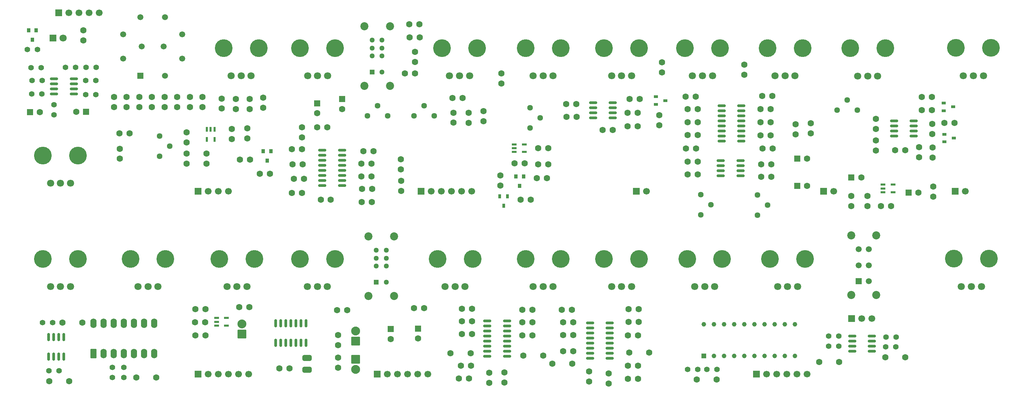
<source format=gts>
%TF.GenerationSoftware,KiCad,Pcbnew,9.0.3*%
%TF.CreationDate,2026-02-22T18:32:59+09:00*%
%TF.ProjectId,VCOSeparate,56434f53-6570-4617-9261-74652e6b6963,rev?*%
%TF.SameCoordinates,Original*%
%TF.FileFunction,Soldermask,Top*%
%TF.FilePolarity,Negative*%
%FSLAX46Y46*%
G04 Gerber Fmt 4.6, Leading zero omitted, Abs format (unit mm)*
G04 Created by KiCad (PCBNEW 9.0.3) date 2026-02-22 18:32:59*
%MOMM*%
%LPD*%
G01*
G04 APERTURE LIST*
G04 Aperture macros list*
%AMRoundRect*
0 Rectangle with rounded corners*
0 $1 Rounding radius*
0 $2 $3 $4 $5 $6 $7 $8 $9 X,Y pos of 4 corners*
0 Add a 4 corners polygon primitive as box body*
4,1,4,$2,$3,$4,$5,$6,$7,$8,$9,$2,$3,0*
0 Add four circle primitives for the rounded corners*
1,1,$1+$1,$2,$3*
1,1,$1+$1,$4,$5*
1,1,$1+$1,$6,$7*
1,1,$1+$1,$8,$9*
0 Add four rect primitives between the rounded corners*
20,1,$1+$1,$2,$3,$4,$5,0*
20,1,$1+$1,$4,$5,$6,$7,0*
20,1,$1+$1,$6,$7,$8,$9,0*
20,1,$1+$1,$8,$9,$2,$3,0*%
%AMFreePoly0*
4,1,23,0.500000,-0.750000,0.000000,-0.750000,0.000000,-0.745722,-0.065263,-0.745722,-0.191342,-0.711940,-0.304381,-0.646677,-0.396677,-0.554381,-0.461940,-0.441342,-0.495722,-0.315263,-0.495722,-0.250000,-0.500000,-0.250000,-0.500000,0.250000,-0.495722,0.250000,-0.495722,0.315263,-0.461940,0.441342,-0.396677,0.554381,-0.304381,0.646677,-0.191342,0.711940,-0.065263,0.745722,0.000000,0.745722,
0.000000,0.750000,0.500000,0.750000,0.500000,-0.750000,0.500000,-0.750000,$1*%
%AMFreePoly1*
4,1,23,0.000000,0.745722,0.065263,0.745722,0.191342,0.711940,0.304381,0.646677,0.396677,0.554381,0.461940,0.441342,0.495722,0.315263,0.495722,0.250000,0.500000,0.250000,0.500000,-0.250000,0.495722,-0.250000,0.495722,-0.315263,0.461940,-0.441342,0.396677,-0.554381,0.304381,-0.646677,0.191342,-0.711940,0.065263,-0.745722,0.000000,-0.745722,0.000000,-0.750000,-0.500000,-0.750000,
-0.500000,0.750000,0.000000,0.750000,0.000000,0.745722,0.000000,0.745722,$1*%
G04 Aperture macros list end*
%ADD10C,1.600000*%
%ADD11FreePoly0,0.000000*%
%ADD12FreePoly1,0.000000*%
%ADD13RoundRect,0.150000X-0.825000X-0.150000X0.825000X-0.150000X0.825000X0.150000X-0.825000X0.150000X0*%
%ADD14R,1.800000X1.800000*%
%ADD15C,1.800000*%
%ADD16R,1.500000X1.500000*%
%ADD17C,1.500000*%
%ADD18C,1.400000*%
%ADD19RoundRect,0.250000X0.870000X-0.870000X0.870000X0.870000X-0.870000X0.870000X-0.870000X-0.870000X0*%
%ADD20C,2.240000*%
%ADD21R,1.700000X1.700000*%
%ADD22C,1.700000*%
%ADD23C,4.455000*%
%ADD24R,1.000000X0.800000*%
%ADD25RoundRect,0.250000X-0.550000X0.550000X-0.550000X-0.550000X0.550000X-0.550000X0.550000X0.550000X0*%
%ADD26R,1.200000X1.200000*%
%ADD27C,1.286000*%
%ADD28C,2.025000*%
%ADD29RoundRect,0.250000X-0.550000X-0.550000X0.550000X-0.550000X0.550000X0.550000X-0.550000X0.550000X0*%
%ADD30R,1.200000X0.600000*%
%ADD31C,1.440000*%
%ADD32R,0.600000X1.200000*%
%ADD33RoundRect,0.150000X0.150000X-0.825000X0.150000X0.825000X-0.150000X0.825000X-0.150000X-0.825000X0*%
%ADD34R,1.159000X1.159000*%
%ADD35C,1.159000*%
%ADD36R,0.950000X1.000000*%
%ADD37R,0.800000X1.000000*%
%ADD38RoundRect,0.150000X-0.850000X-0.150000X0.850000X-0.150000X0.850000X0.150000X-0.850000X0.150000X0*%
%ADD39RoundRect,0.150000X-0.150000X0.825000X-0.150000X-0.825000X0.150000X-0.825000X0.150000X0.825000X0*%
%ADD40RoundRect,0.250000X0.550000X-0.950000X0.550000X0.950000X-0.550000X0.950000X-0.550000X-0.950000X0*%
%ADD41O,1.600000X2.400000*%
%ADD42RoundRect,0.250000X0.550000X0.550000X-0.550000X0.550000X-0.550000X-0.550000X0.550000X-0.550000X0*%
%ADD43RoundRect,0.250000X-0.870000X0.870000X-0.870000X-0.870000X0.870000X-0.870000X0.870000X0.870000X0*%
G04 APERTURE END LIST*
%TO.C,JP2*%
G36*
X94200000Y-116150000D02*
G01*
X94500000Y-116150000D01*
X94500000Y-117650000D01*
X94200000Y-117650000D01*
X94200000Y-116150000D01*
G37*
%TO.C,JP1*%
G36*
X94200000Y-119150000D02*
G01*
X94500000Y-119150000D01*
X94500000Y-120650000D01*
X94200000Y-120650000D01*
X94200000Y-119150000D01*
G37*
%TD*%
D10*
%TO.C,C31*%
X51550000Y-121800000D03*
X56550000Y-121800000D03*
%TD*%
%TO.C,C28*%
X239480000Y-116777000D03*
X244480000Y-116777000D03*
%TD*%
%TO.C,C27*%
X222900000Y-117900000D03*
X227900000Y-117900000D03*
%TD*%
%TO.C,C26*%
X197181000Y-122365000D03*
X192181000Y-122365000D03*
%TD*%
%TO.C,C23*%
X32963000Y-108012000D03*
X37963000Y-108012000D03*
%TD*%
%TO.C,C16*%
X148610000Y-116332000D03*
X153610000Y-116332000D03*
%TD*%
%TO.C,C15*%
X175173000Y-115570000D03*
X180173000Y-115570000D03*
%TD*%
%TO.C,C14*%
X160889000Y-118364000D03*
X155889000Y-118364000D03*
%TD*%
%TO.C,C13*%
X135382000Y-115697000D03*
X130382000Y-115697000D03*
%TD*%
%TO.C,R82*%
X143129000Y-47879000D03*
X143129000Y-45339000D03*
%TD*%
%TO.C,R86*%
X120050000Y-33000000D03*
X122590000Y-33000000D03*
%TD*%
D11*
%TO.C,JP2*%
X93700000Y-116900000D03*
D12*
X95000000Y-116900000D03*
%TD*%
D11*
%TO.C,JP1*%
X93700000Y-119900000D03*
D12*
X95000000Y-119900000D03*
%TD*%
D13*
%TO.C,IC9*%
X231143000Y-111443000D03*
X231143000Y-112713000D03*
X231143000Y-113983000D03*
X231143000Y-115253000D03*
X236093000Y-115253000D03*
X236093000Y-113983000D03*
X236093000Y-112713000D03*
X236093000Y-111443000D03*
%TD*%
D14*
%TO.C,D4*%
X30607000Y-36449000D03*
D15*
X33147000Y-36449000D03*
%TD*%
D10*
%TO.C,R17*%
X49853000Y-60452000D03*
X47313000Y-60452000D03*
%TD*%
%TO.C,R61*%
X177419000Y-118872000D03*
X174879000Y-118872000D03*
%TD*%
%TO.C,C9*%
X110657000Y-74422000D03*
X108157000Y-74422000D03*
%TD*%
D16*
%TO.C,S1*%
X52551000Y-46000000D03*
D17*
X48221000Y-41670000D03*
X48221000Y-35547000D03*
X52551000Y-31218000D03*
X58674000Y-31218000D03*
X63004000Y-35547000D03*
X63004000Y-41670000D03*
X58674000Y-46000000D03*
X52862000Y-38609000D03*
X58362000Y-38609000D03*
%TD*%
D10*
%TO.C,R88*%
X152391000Y-64196000D03*
X154931000Y-64196000D03*
%TD*%
D18*
%TO.C,R129*%
X45466000Y-119303000D03*
X45466000Y-121843000D03*
%TD*%
%TO.C,R120*%
X41352000Y-47117000D03*
X38812000Y-47117000D03*
%TD*%
%TO.C,R128*%
X239587000Y-114110000D03*
X242127000Y-114110000D03*
%TD*%
%TO.C,R118*%
X41479000Y-43815000D03*
X38939000Y-43815000D03*
%TD*%
D19*
%TO.C,D1*%
X78007000Y-110871000D03*
D20*
X78007000Y-108331000D03*
%TD*%
D21*
%TO.C,J11*%
X257000000Y-75000000D03*
D22*
X259540000Y-75000000D03*
%TD*%
D18*
%TO.C,R119*%
X30861000Y-55830000D03*
X30861000Y-53290000D03*
%TD*%
D15*
%TO.C,VR15*%
X170773000Y-99000000D03*
X173273000Y-99000000D03*
X175773000Y-99000000D03*
D23*
X168873000Y-92000000D03*
X177673000Y-92000000D03*
%TD*%
D10*
%TO.C,R72*%
X168529000Y-59563000D03*
X171069000Y-59563000D03*
%TD*%
D18*
%TO.C,R114*%
X30480000Y-108012000D03*
X27940000Y-108012000D03*
%TD*%
D24*
%TO.C,Q2*%
X181877000Y-51247000D03*
X181877000Y-53147000D03*
X184277000Y-52197000D03*
%TD*%
D10*
%TO.C,R8*%
X45887000Y-53877000D03*
X45887000Y-51337000D03*
%TD*%
D18*
%TO.C,R121*%
X36272000Y-43815000D03*
X33732000Y-43815000D03*
%TD*%
D10*
%TO.C,R13*%
X75438000Y-61849000D03*
X75438000Y-59309000D03*
%TD*%
D18*
%TO.C,R125*%
X225286000Y-113983000D03*
X227826000Y-113983000D03*
%TD*%
D25*
%TO.C,C4*%
X96901000Y-52896900D03*
D10*
X96901000Y-55396900D03*
%TD*%
D26*
%TO.C,S2*%
X110687000Y-45018000D03*
D27*
X110687000Y-39018000D03*
X110687000Y-37018000D03*
X113187000Y-45018000D03*
X113187000Y-39018000D03*
X113187000Y-37018000D03*
D28*
X108712000Y-48528000D03*
X108712000Y-33528000D03*
X115162000Y-48528000D03*
X115162000Y-33528000D03*
D27*
X110687000Y-41018000D03*
X113187000Y-41018000D03*
%TD*%
D10*
%TO.C,R32*%
X66265000Y-107950000D03*
X68805000Y-107950000D03*
%TD*%
D24*
%TO.C,Q6*%
X254250000Y-60700000D03*
X254250000Y-62600000D03*
X256650000Y-61650000D03*
%TD*%
D10*
%TO.C,R81*%
X251150000Y-51300000D03*
X248610000Y-51300000D03*
%TD*%
%TO.C,R1*%
X52237000Y-53877000D03*
X52237000Y-51337000D03*
%TD*%
D15*
%TO.C,VR11*%
X211794000Y-46000000D03*
X214294000Y-46000000D03*
X216794000Y-46000000D03*
D23*
X209894000Y-39000000D03*
X218694000Y-39000000D03*
%TD*%
D21*
%TO.C,J5*%
X207162000Y-121000000D03*
D22*
X209702000Y-121000000D03*
X212242000Y-121000000D03*
X214782000Y-121000000D03*
X217322000Y-121000000D03*
X219862000Y-121000000D03*
%TD*%
D18*
%TO.C,R113*%
X32120000Y-120150000D03*
X29580000Y-120150000D03*
%TD*%
D10*
%TO.C,R105*%
X230886000Y-78769000D03*
X230886000Y-76229000D03*
%TD*%
%TO.C,R9*%
X79923000Y-51816000D03*
X79923000Y-54356000D03*
%TD*%
%TO.C,R37*%
X93091000Y-64389000D03*
X90551000Y-64389000D03*
%TD*%
%TO.C,R97*%
X210693000Y-57658000D03*
X208153000Y-57658000D03*
%TD*%
%TO.C,R89*%
X154535000Y-71689000D03*
X151995000Y-71689000D03*
%TD*%
D29*
%TO.C,C18*%
X217337000Y-73660000D03*
D10*
X219837000Y-73660000D03*
%TD*%
%TO.C,R64*%
X143891000Y-120592000D03*
X143891000Y-123132000D03*
%TD*%
D13*
%TO.C,U10*%
X30861000Y-46736000D03*
X30861000Y-48006000D03*
X30861000Y-49276000D03*
X30861000Y-50546000D03*
X35811000Y-50546000D03*
X35811000Y-49276000D03*
X35811000Y-48006000D03*
X35811000Y-46736000D03*
%TD*%
D15*
%TO.C,VR1*%
X75309000Y-46000000D03*
X77809000Y-46000000D03*
X80309000Y-46000000D03*
D23*
X73409000Y-39000000D03*
X82209000Y-39000000D03*
%TD*%
D10*
%TO.C,R67*%
X189836000Y-54356000D03*
X192376000Y-54356000D03*
%TD*%
%TO.C,R101*%
X247950000Y-66490000D03*
X247950000Y-63950000D03*
%TD*%
%TO.C,R51*%
X135030000Y-122047000D03*
X132490000Y-122047000D03*
%TD*%
D21*
%TO.C,J12*%
X32004000Y-30099000D03*
D22*
X34544000Y-30099000D03*
X37084000Y-30099000D03*
X39624000Y-30099000D03*
X42164000Y-30099000D03*
%TD*%
D10*
%TO.C,R26*%
X108458000Y-64897000D03*
X110998000Y-64897000D03*
%TD*%
%TO.C,R21*%
X93120000Y-75438000D03*
X90580000Y-75438000D03*
%TD*%
D15*
%TO.C,VR7*%
X94446000Y-99000000D03*
X96946000Y-99000000D03*
X99446000Y-99000000D03*
D23*
X92546000Y-92000000D03*
X101346000Y-92000000D03*
%TD*%
D10*
%TO.C,R19*%
X118912000Y-45355000D03*
X121452000Y-45355000D03*
%TD*%
%TO.C,R95*%
X208534000Y-51054000D03*
X211074000Y-51054000D03*
%TD*%
%TO.C,R73*%
X189836000Y-70739000D03*
X192376000Y-70739000D03*
%TD*%
%TO.C,R41*%
X66294000Y-104648000D03*
X68834000Y-104648000D03*
%TD*%
%TO.C,C8*%
X131104000Y-57745000D03*
X131104000Y-55245000D03*
%TD*%
D18*
%TO.C,R126*%
X225236000Y-111443000D03*
X227776000Y-111443000D03*
%TD*%
D10*
%TO.C,R45*%
X133223000Y-104521000D03*
X135763000Y-104521000D03*
%TD*%
%TO.C,R2*%
X49062000Y-53877000D03*
X49062000Y-51337000D03*
%TD*%
D15*
%TO.C,VR10*%
X191088000Y-46000000D03*
X193588000Y-46000000D03*
X196088000Y-46000000D03*
D23*
X189188000Y-39000000D03*
X197988000Y-39000000D03*
%TD*%
D18*
%TO.C,R130*%
X48387000Y-119303000D03*
X48387000Y-121843000D03*
%TD*%
D30*
%TO.C,IC10*%
X238907000Y-73345000D03*
X238907000Y-74295000D03*
X238907000Y-75245000D03*
X241407000Y-75245000D03*
X241407000Y-73345000D03*
%TD*%
D10*
%TO.C,R34*%
X87455000Y-119550000D03*
X89995000Y-119550000D03*
%TD*%
%TO.C,R20*%
X120060000Y-36350000D03*
X122600000Y-36350000D03*
%TD*%
D21*
%TO.C,J2*%
X67000000Y-75000000D03*
D22*
X69540000Y-75000000D03*
X72080000Y-75000000D03*
X74620000Y-75000000D03*
%TD*%
D10*
%TO.C,R36*%
X102108000Y-111137000D03*
X102108000Y-113677000D03*
%TD*%
D15*
%TO.C,VR6*%
X129014000Y-99000000D03*
X131514000Y-99000000D03*
X134014000Y-99000000D03*
D23*
X127114000Y-92000000D03*
X135914000Y-92000000D03*
%TD*%
D29*
%TO.C,C17*%
X217337000Y-66802000D03*
D10*
X219837000Y-66802000D03*
%TD*%
D15*
%TO.C,VR18*%
X258567000Y-98948000D03*
X261067000Y-98948000D03*
X263567000Y-98948000D03*
D23*
X256667000Y-91948000D03*
X265467000Y-91948000D03*
%TD*%
D31*
%TO.C,TM1*%
X57317000Y-66167000D03*
X59857000Y-63627000D03*
X57317000Y-61087000D03*
%TD*%
D10*
%TO.C,R11*%
X83352000Y-54004000D03*
X83352000Y-51464000D03*
%TD*%
D31*
%TO.C,TM5*%
X207391000Y-81026000D03*
X209931000Y-78486000D03*
X207391000Y-75946000D03*
%TD*%
D10*
%TO.C,C6*%
X110577000Y-77724000D03*
X108077000Y-77724000D03*
%TD*%
%TO.C,C2*%
X47371000Y-66802000D03*
X47371000Y-64302000D03*
%TD*%
%TO.C,R46*%
X158652000Y-107950000D03*
X161192000Y-107950000D03*
%TD*%
%TO.C,R108*%
X240948000Y-78740000D03*
X238408000Y-78740000D03*
%TD*%
D32*
%TO.C,IC1*%
X71120000Y-59436000D03*
X70170000Y-59436000D03*
X69220000Y-59436000D03*
X69220000Y-61936000D03*
X71120000Y-61936000D03*
%TD*%
D33*
%TO.C,IC7*%
X29464000Y-116583000D03*
X30734000Y-116583000D03*
X32004000Y-116583000D03*
X33274000Y-116583000D03*
X33274000Y-111633000D03*
X32004000Y-111633000D03*
X30734000Y-111633000D03*
X29464000Y-111633000D03*
%TD*%
D10*
%TO.C,R70*%
X159385000Y-53086000D03*
X161925000Y-53086000D03*
%TD*%
%TO.C,R23*%
X96901000Y-58928000D03*
X99441000Y-58928000D03*
%TD*%
%TO.C,R110*%
X38227000Y-37084000D03*
X38227000Y-34544000D03*
%TD*%
D15*
%TO.C,VR16*%
X191638000Y-99000000D03*
X194138000Y-99000000D03*
X196638000Y-99000000D03*
D23*
X189738000Y-92000000D03*
X198538000Y-92000000D03*
%TD*%
D21*
%TO.C,J9*%
X224000000Y-75000000D03*
D22*
X226540000Y-75000000D03*
%TD*%
D10*
%TO.C,R18*%
X121452000Y-39976000D03*
X121452000Y-42516000D03*
%TD*%
%TO.C,R100*%
X251350000Y-66545000D03*
X251350000Y-64005000D03*
%TD*%
%TO.C,R83*%
X183388000Y-45085000D03*
X183388000Y-42545000D03*
%TD*%
%TO.C,R5*%
X61762000Y-53877000D03*
X61762000Y-51337000D03*
%TD*%
%TO.C,R106*%
X234950000Y-78740000D03*
X234950000Y-76200000D03*
%TD*%
%TO.C,R42*%
X101912000Y-104928000D03*
X104452000Y-104928000D03*
%TD*%
D15*
%TO.C,VR3*%
X130128000Y-46000000D03*
X132628000Y-46000000D03*
X135128000Y-46000000D03*
D23*
X128228000Y-39000000D03*
X137028000Y-39000000D03*
%TD*%
D21*
%TO.C,J4*%
X231013000Y-106998000D03*
D22*
X233553000Y-106998000D03*
X236093000Y-106998000D03*
%TD*%
D26*
%TO.C,S3*%
X111730000Y-97850000D03*
D27*
X111730000Y-91850000D03*
X111730000Y-89850000D03*
X114230000Y-97850000D03*
X114230000Y-91850000D03*
X114230000Y-89850000D03*
D28*
X109755000Y-101360000D03*
X109755000Y-86360000D03*
X116205000Y-101360000D03*
X116205000Y-86360000D03*
D27*
X111730000Y-93850000D03*
X114230000Y-93850000D03*
%TD*%
D34*
%TO.C,IC8*%
X193929000Y-116396000D03*
D35*
X196469000Y-116396000D03*
X199009000Y-116396000D03*
X201549000Y-116396000D03*
X204089000Y-116396000D03*
X206629000Y-116396000D03*
X209169000Y-116396000D03*
X211709000Y-116396000D03*
X214249000Y-116396000D03*
X216789000Y-116396000D03*
X216789000Y-108458000D03*
X214249000Y-108458000D03*
X211709000Y-108458000D03*
X209169000Y-108458000D03*
X206629000Y-108458000D03*
X204089000Y-108458000D03*
X201549000Y-108458000D03*
X199009000Y-108458000D03*
X196469000Y-108458000D03*
X193929000Y-108458000D03*
%TD*%
D10*
%TO.C,R54*%
X165100000Y-122838000D03*
X165100000Y-120298000D03*
%TD*%
%TO.C,R102*%
X210722000Y-60960000D03*
X208182000Y-60960000D03*
%TD*%
D18*
%TO.C,R116*%
X25273000Y-50546000D03*
X27813000Y-50546000D03*
%TD*%
D36*
%TO.C,Q4*%
X148677000Y-71299000D03*
X146777000Y-71299000D03*
X147727000Y-73699000D03*
%TD*%
D10*
%TO.C,R31*%
X134900000Y-55250000D03*
X134900000Y-57790000D03*
%TD*%
D37*
%TO.C,Q5*%
X144629000Y-76261000D03*
X142729000Y-76261000D03*
X143679000Y-78661000D03*
%TD*%
D10*
%TO.C,R98*%
X210693000Y-54356000D03*
X208153000Y-54356000D03*
%TD*%
%TO.C,R50*%
X158652000Y-111125000D03*
X161192000Y-111125000D03*
%TD*%
%TO.C,R87*%
X152391000Y-68260000D03*
X154931000Y-68260000D03*
%TD*%
D15*
%TO.C,VR2*%
X94486000Y-46000000D03*
X96986000Y-46000000D03*
X99486000Y-46000000D03*
D23*
X92586000Y-39000000D03*
X101386000Y-39000000D03*
%TD*%
D15*
%TO.C,VR4*%
X74253000Y-99000000D03*
X76753000Y-99000000D03*
X79253000Y-99000000D03*
D23*
X72353000Y-92000000D03*
X81153000Y-92000000D03*
%TD*%
D10*
%TO.C,C10*%
X117856000Y-66969000D03*
X117856000Y-69469000D03*
%TD*%
%TO.C,R79*%
X175260000Y-51816000D03*
X177800000Y-51816000D03*
%TD*%
%TO.C,R60*%
X150876000Y-104775000D03*
X148336000Y-104775000D03*
%TD*%
%TO.C,R76*%
X177292000Y-58674000D03*
X174752000Y-58674000D03*
%TD*%
D13*
%TO.C,U8*%
X198163000Y-67330000D03*
X198163000Y-68600000D03*
X198163000Y-69870000D03*
X198163000Y-71140000D03*
X203113000Y-71140000D03*
X203113000Y-69870000D03*
X203113000Y-68600000D03*
X203113000Y-67330000D03*
%TD*%
D16*
%TO.C,S4*%
X232786000Y-97606000D03*
D17*
X232786000Y-93606000D03*
X232786000Y-89606000D03*
X235286000Y-97606000D03*
X235286000Y-93606000D03*
X235286000Y-89606000D03*
D28*
X230886000Y-101106000D03*
X230886000Y-86106000D03*
X237186000Y-101106000D03*
X237186000Y-86106000D03*
%TD*%
D10*
%TO.C,R57*%
X177575000Y-107823000D03*
X175035000Y-107823000D03*
%TD*%
D38*
%TO.C,IC2*%
X98171000Y-64643000D03*
X98171000Y-65913000D03*
X98171000Y-67183000D03*
X98171000Y-68453000D03*
X98171000Y-69723000D03*
X98171000Y-70993000D03*
X98171000Y-72263000D03*
X98171000Y-73533000D03*
X103171000Y-73533000D03*
X103171000Y-72263000D03*
X103171000Y-70993000D03*
X103171000Y-69723000D03*
X103171000Y-68453000D03*
X103171000Y-67183000D03*
X103171000Y-65913000D03*
X103171000Y-64643000D03*
%TD*%
D13*
%TO.C,U5*%
X198377000Y-53467000D03*
X198377000Y-54737000D03*
X198377000Y-56007000D03*
X198377000Y-57277000D03*
X198377000Y-58547000D03*
X198377000Y-59817000D03*
X198377000Y-61087000D03*
X198377000Y-62357000D03*
X203327000Y-62357000D03*
X203327000Y-61087000D03*
X203327000Y-59817000D03*
X203327000Y-58547000D03*
X203327000Y-57277000D03*
X203327000Y-56007000D03*
X203327000Y-54737000D03*
X203327000Y-53467000D03*
%TD*%
D10*
%TO.C,R65*%
X191926000Y-51181000D03*
X189386000Y-51181000D03*
%TD*%
D21*
%TO.C,J1*%
X112000000Y-121000000D03*
D22*
X114540000Y-121000000D03*
X117080000Y-121000000D03*
X119620000Y-121000000D03*
X122160000Y-121000000D03*
X124700000Y-121000000D03*
%TD*%
D21*
%TO.C,J8*%
X177000000Y-75000000D03*
D22*
X179540000Y-75000000D03*
%TD*%
D10*
%TO.C,R58*%
X150876000Y-107950000D03*
X148336000Y-107950000D03*
%TD*%
D29*
%TO.C,C25*%
X24805000Y-55118000D03*
D10*
X27305000Y-55118000D03*
%TD*%
D39*
%TO.C,IC4*%
X94107000Y-108204000D03*
X92837000Y-108204000D03*
X91567000Y-108204000D03*
X90297000Y-108204000D03*
X89027000Y-108204000D03*
X87757000Y-108204000D03*
X86487000Y-108204000D03*
X86487000Y-113154000D03*
X87757000Y-113154000D03*
X89027000Y-113154000D03*
X90297000Y-113154000D03*
X91567000Y-113154000D03*
X92837000Y-113154000D03*
X94107000Y-113154000D03*
%TD*%
D10*
%TO.C,R104*%
X251250000Y-60590000D03*
X251250000Y-58050000D03*
%TD*%
%TO.C,R90*%
X142851000Y-71025000D03*
X142851000Y-73565000D03*
%TD*%
D18*
%TO.C,R122*%
X27636000Y-43942000D03*
X25096000Y-43942000D03*
%TD*%
D10*
%TO.C,R25*%
X133390000Y-51562000D03*
X130850000Y-51562000D03*
%TD*%
%TO.C,R80*%
X182753000Y-55851000D03*
X182753000Y-58391000D03*
%TD*%
%TO.C,R43*%
X123698000Y-104394000D03*
X121158000Y-104394000D03*
%TD*%
%TO.C,R44*%
X140081000Y-120621000D03*
X140081000Y-123161000D03*
%TD*%
%TO.C,R39*%
X80010000Y-67056000D03*
X77470000Y-67056000D03*
%TD*%
%TO.C,R47*%
X133223000Y-110871000D03*
X135763000Y-110871000D03*
%TD*%
%TO.C,R93*%
X220726000Y-57912000D03*
X220726000Y-60452000D03*
%TD*%
%TO.C,R24*%
X93091000Y-58928000D03*
X93091000Y-61468000D03*
%TD*%
%TO.C,R38*%
X82521000Y-70612000D03*
X85061000Y-70612000D03*
%TD*%
%TO.C,R94*%
X216916000Y-58166000D03*
X216916000Y-60706000D03*
%TD*%
%TO.C,R78*%
X189865000Y-67564000D03*
X192405000Y-67564000D03*
%TD*%
D25*
%TO.C,C7*%
X103124000Y-51816000D03*
D10*
X103124000Y-54316000D03*
%TD*%
%TO.C,R56*%
X160811000Y-104775000D03*
X158271000Y-104775000D03*
%TD*%
%TO.C,R7*%
X68112000Y-53877000D03*
X68112000Y-51337000D03*
%TD*%
D40*
%TO.C,IC5*%
X40767000Y-115824000D03*
D41*
X43307000Y-115824000D03*
X45847000Y-115824000D03*
X48387000Y-115824000D03*
X50927000Y-115824000D03*
X53467000Y-115824000D03*
X56007000Y-115824000D03*
X56007000Y-108204000D03*
X53467000Y-108204000D03*
X50927000Y-108204000D03*
X48387000Y-108204000D03*
X45847000Y-108204000D03*
X43307000Y-108204000D03*
X40767000Y-108204000D03*
%TD*%
D10*
%TO.C,R28*%
X117983000Y-74930000D03*
X117983000Y-72390000D03*
%TD*%
D18*
%TO.C,R115*%
X25323000Y-47117000D03*
X27863000Y-47117000D03*
%TD*%
D30*
%TO.C,IC6*%
X146344000Y-63246000D03*
X146344000Y-64196000D03*
X146344000Y-65146000D03*
X148844000Y-65146000D03*
X148844000Y-63246000D03*
%TD*%
D31*
%TO.C,TM6*%
X232440000Y-54640000D03*
X229900000Y-52100000D03*
X227360000Y-54640000D03*
%TD*%
D13*
%TO.C,U1*%
X166119000Y-52705000D03*
X166119000Y-53975000D03*
X166119000Y-55245000D03*
X166119000Y-56515000D03*
X171069000Y-56515000D03*
X171069000Y-55245000D03*
X171069000Y-53975000D03*
X171069000Y-52705000D03*
%TD*%
D10*
%TO.C,R112*%
X146407000Y-68006000D03*
X148947000Y-68006000D03*
%TD*%
%TO.C,R84*%
X204089000Y-43151000D03*
X204089000Y-45691000D03*
%TD*%
%TO.C,R75*%
X177321000Y-55245000D03*
X174781000Y-55245000D03*
%TD*%
D21*
%TO.C,J13*%
X67000000Y-121000000D03*
D22*
X69540000Y-121000000D03*
X72080000Y-121000000D03*
X74620000Y-121000000D03*
X77160000Y-121000000D03*
X79700000Y-121000000D03*
%TD*%
D13*
%TO.C,U2*%
X139576000Y-107569000D03*
X139576000Y-108839000D03*
X139576000Y-110109000D03*
X139576000Y-111379000D03*
X139576000Y-112649000D03*
X139576000Y-113919000D03*
X139576000Y-115189000D03*
X139576000Y-116459000D03*
X144526000Y-116459000D03*
X144526000Y-115189000D03*
X144526000Y-113919000D03*
X144526000Y-112649000D03*
X144526000Y-111379000D03*
X144526000Y-110109000D03*
X144526000Y-108839000D03*
X144526000Y-107569000D03*
%TD*%
D15*
%TO.C,VR8*%
X170773000Y-46000000D03*
X173273000Y-46000000D03*
X175773000Y-46000000D03*
D23*
X168873000Y-39000000D03*
X177673000Y-39000000D03*
%TD*%
D10*
%TO.C,R40*%
X77343000Y-104119000D03*
X79883000Y-104119000D03*
%TD*%
%TO.C,R68*%
X159483000Y-56261000D03*
X162023000Y-56261000D03*
%TD*%
%TO.C,R53*%
X132969000Y-118872000D03*
X135509000Y-118872000D03*
%TD*%
%TO.C,R22*%
X91030000Y-71882000D03*
X93570000Y-71882000D03*
%TD*%
%TO.C,R109*%
X251460000Y-76327000D03*
X251460000Y-73787000D03*
%TD*%
%TO.C,R85*%
X251150000Y-54600000D03*
X248610000Y-54600000D03*
%TD*%
%TO.C,R59*%
X177575000Y-104648000D03*
X175035000Y-104648000D03*
%TD*%
%TO.C,R35*%
X102108000Y-119406000D03*
X102108000Y-116866000D03*
%TD*%
%TO.C,R91*%
X147931000Y-77150000D03*
X150471000Y-77150000D03*
%TD*%
%TO.C,R10*%
X64160000Y-60169000D03*
X64160000Y-62709000D03*
%TD*%
D15*
%TO.C,VR17*%
X212429000Y-99000000D03*
X214929000Y-99000000D03*
X217429000Y-99000000D03*
D23*
X210529000Y-92000000D03*
X219329000Y-92000000D03*
%TD*%
D10*
%TO.C,R63*%
X177419000Y-122174000D03*
X174879000Y-122174000D03*
%TD*%
%TO.C,R49*%
X133223000Y-107696000D03*
X135763000Y-107696000D03*
%TD*%
%TO.C,R69*%
X189894000Y-60833000D03*
X192434000Y-60833000D03*
%TD*%
%TO.C,R29*%
X110490000Y-71247000D03*
X107950000Y-71247000D03*
%TD*%
%TO.C,R92*%
X237109000Y-64770000D03*
X237109000Y-62230000D03*
%TD*%
%TO.C,R30*%
X138597000Y-57404000D03*
X138597000Y-54864000D03*
%TD*%
D18*
%TO.C,R123*%
X189865000Y-119825000D03*
X192405000Y-119825000D03*
%TD*%
D30*
%TO.C,IC3*%
X71657000Y-106873000D03*
X71657000Y-107823000D03*
X71657000Y-108773000D03*
X74157000Y-108773000D03*
X74157000Y-106873000D03*
%TD*%
D18*
%TO.C,R124*%
X194691000Y-119825000D03*
X197231000Y-119825000D03*
%TD*%
D10*
%TO.C,C3*%
X90718000Y-68199000D03*
X93218000Y-68199000D03*
%TD*%
D25*
%TO.C,C12*%
X122174000Y-109514000D03*
D10*
X122174000Y-112014000D03*
%TD*%
%TO.C,R103*%
X208632000Y-64262000D03*
X211172000Y-64262000D03*
%TD*%
D18*
%TO.C,R117*%
X41352000Y-50673000D03*
X38812000Y-50673000D03*
%TD*%
%TO.C,R127*%
X239637000Y-111697000D03*
X242177000Y-111697000D03*
%TD*%
D10*
%TO.C,R4*%
X58587000Y-53877000D03*
X58587000Y-51337000D03*
%TD*%
%TO.C,R99*%
X241935000Y-64643000D03*
X244475000Y-64643000D03*
%TD*%
%TO.C,C5*%
X97790000Y-77089000D03*
X100290000Y-77089000D03*
%TD*%
%TO.C,R12*%
X76494000Y-51816000D03*
X76494000Y-54356000D03*
%TD*%
D31*
%TO.C,TM2*%
X126278000Y-56007000D03*
X123738000Y-53467000D03*
X121198000Y-56007000D03*
%TD*%
D10*
%TO.C,R27*%
X110490000Y-68072000D03*
X107950000Y-68072000D03*
%TD*%
D15*
%TO.C,VR20*%
X30000000Y-99000000D03*
X32500000Y-99000000D03*
X35000000Y-99000000D03*
D23*
X28100000Y-92000000D03*
X36900000Y-92000000D03*
%TD*%
D10*
%TO.C,R33*%
X66294000Y-111252000D03*
X68834000Y-111252000D03*
%TD*%
D24*
%TO.C,Q3*%
X254100000Y-52850000D03*
X254100000Y-54750000D03*
X256500000Y-53800000D03*
%TD*%
D10*
%TO.C,R16*%
X79375000Y-61722000D03*
X79375000Y-59182000D03*
%TD*%
D15*
%TO.C,VR14*%
X151088000Y-99000000D03*
X153588000Y-99000000D03*
X156088000Y-99000000D03*
D23*
X149188000Y-92000000D03*
X157988000Y-92000000D03*
%TD*%
D36*
%TO.C,Q7*%
X26400000Y-34535000D03*
X24500000Y-34535000D03*
X25450000Y-36935000D03*
%TD*%
D31*
%TO.C,TM3*%
X114594000Y-56007000D03*
X112054000Y-53467000D03*
X109514000Y-56007000D03*
%TD*%
D10*
%TO.C,R3*%
X55412000Y-53877000D03*
X55412000Y-51337000D03*
%TD*%
%TO.C,R107*%
X256795000Y-57850000D03*
X254255000Y-57850000D03*
%TD*%
D42*
%TO.C,C24*%
X38924100Y-54991000D03*
D10*
X36424100Y-54991000D03*
%TD*%
D13*
%TO.C,U3*%
X165357000Y-108077000D03*
X165357000Y-109347000D03*
X165357000Y-110617000D03*
X165357000Y-111887000D03*
X165357000Y-113157000D03*
X165357000Y-114427000D03*
X165357000Y-115697000D03*
X165357000Y-116967000D03*
X170307000Y-116967000D03*
X170307000Y-115697000D03*
X170307000Y-114427000D03*
X170307000Y-113157000D03*
X170307000Y-111887000D03*
X170307000Y-110617000D03*
X170307000Y-109347000D03*
X170307000Y-108077000D03*
%TD*%
D10*
%TO.C,R77*%
X210820000Y-68199000D03*
X208280000Y-68199000D03*
%TD*%
D18*
%TO.C,R111*%
X26670000Y-39370000D03*
X24130000Y-39370000D03*
%TD*%
D19*
%TO.C,D3*%
X106553000Y-112690000D03*
D20*
X106553000Y-110150000D03*
%TD*%
D10*
%TO.C,R96*%
X237109000Y-59338000D03*
X237109000Y-56798000D03*
%TD*%
D31*
%TO.C,TM7*%
X150344000Y-59116000D03*
X152884000Y-56576000D03*
X150344000Y-54036000D03*
%TD*%
D10*
%TO.C,R15*%
X64160000Y-65503000D03*
X64160000Y-68043000D03*
%TD*%
D29*
%TO.C,C20*%
X245301900Y-75311000D03*
D10*
X247801900Y-75311000D03*
%TD*%
%TO.C,R62*%
X150905000Y-111252000D03*
X148365000Y-111252000D03*
%TD*%
%TO.C,R74*%
X210820000Y-71374000D03*
X208280000Y-71374000D03*
%TD*%
%TO.C,R55*%
X177448000Y-111252000D03*
X174908000Y-111252000D03*
%TD*%
%TO.C,R14*%
X69088000Y-65532000D03*
X69088000Y-68072000D03*
%TD*%
D13*
%TO.C,U6*%
X241643500Y-57342500D03*
X241643500Y-58612500D03*
X241643500Y-59882500D03*
X241643500Y-61152500D03*
X246593500Y-61152500D03*
X246593500Y-59882500D03*
X246593500Y-58612500D03*
X246593500Y-57342500D03*
%TD*%
D10*
%TO.C,R48*%
X158623000Y-115189000D03*
X161163000Y-115189000D03*
%TD*%
%TO.C,R52*%
X170053000Y-120777000D03*
X170053000Y-123317000D03*
%TD*%
D43*
%TO.C,D2*%
X106553000Y-117221000D03*
D20*
X106553000Y-119761000D03*
%TD*%
D21*
%TO.C,J7*%
X123000000Y-75000000D03*
D22*
X125540000Y-75000000D03*
X128080000Y-75000000D03*
X130620000Y-75000000D03*
X133160000Y-75000000D03*
X135700000Y-75000000D03*
%TD*%
D25*
%TO.C,C11*%
X115316000Y-109641000D03*
D10*
X115316000Y-112141000D03*
%TD*%
%TO.C,R6*%
X64937000Y-53877000D03*
X64937000Y-51337000D03*
%TD*%
D15*
%TO.C,VR5*%
X51938000Y-99000000D03*
X54438000Y-99000000D03*
X56938000Y-99000000D03*
D23*
X50038000Y-92000000D03*
X58838000Y-92000000D03*
%TD*%
D31*
%TO.C,TM4*%
X193167000Y-80899000D03*
X195707000Y-78359000D03*
X193167000Y-75819000D03*
%TD*%
D36*
%TO.C,Q1*%
X85278000Y-64910000D03*
X83378000Y-64910000D03*
X84328000Y-67310000D03*
%TD*%
D15*
%TO.C,VR19*%
X30000000Y-73000000D03*
X32500000Y-73000000D03*
X35000000Y-73000000D03*
D23*
X28100000Y-66000000D03*
X36900000Y-66000000D03*
%TD*%
D15*
%TO.C,VR13*%
X259075000Y-45948000D03*
X261575000Y-45948000D03*
X264075000Y-45948000D03*
D23*
X257175000Y-38948000D03*
X265975000Y-38948000D03*
%TD*%
D15*
%TO.C,VR12*%
X151088000Y-46000000D03*
X153588000Y-46000000D03*
X156088000Y-46000000D03*
D23*
X149188000Y-39000000D03*
X157988000Y-39000000D03*
%TD*%
D29*
%TO.C,C19*%
X230950900Y-71501000D03*
D10*
X233450900Y-71501000D03*
%TD*%
%TO.C,R66*%
X189836000Y-57658000D03*
X192376000Y-57658000D03*
%TD*%
%TO.C,C1*%
X72938000Y-54209000D03*
X72938000Y-51709000D03*
%TD*%
%TO.C,R71*%
X191955000Y-64262000D03*
X189415000Y-64262000D03*
%TD*%
D15*
%TO.C,VR9*%
X232550000Y-46050000D03*
X235050000Y-46050000D03*
X237550000Y-46050000D03*
D23*
X230650000Y-39050000D03*
X239450000Y-39050000D03*
%TD*%
D10*
%TO.C,C22*%
X34700000Y-122750000D03*
X29700000Y-122750000D03*
%TD*%
M02*

</source>
